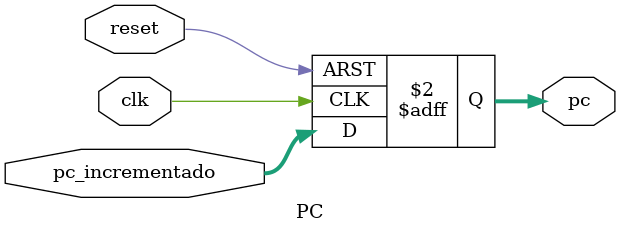
<source format=v>
module PC (
    input clk,                          // Clock
    input reset,                        // Sinal de reset
    input [31:0] pc_incrementado,       // Próximo endereço do PC
    output reg [31:0] pc                // Endereço atual do PC
);

    always @(posedge clk or posedge reset) begin
        if (reset)
            pc <= 32'b0;  // Inicializa o PC no reset
        else
            pc <= pc_incrementado;       // Atualiza o PC para o próximo endereço
    end

endmodule
</source>
